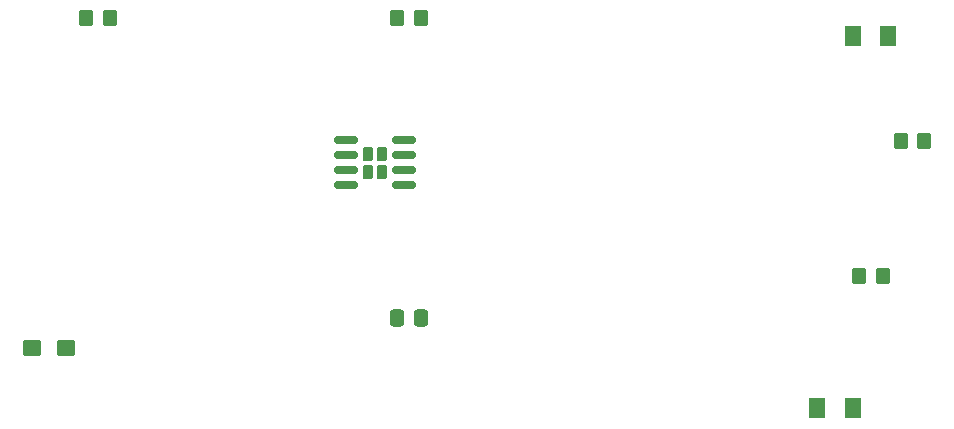
<source format=gbr>
%TF.GenerationSoftware,KiCad,Pcbnew,(6.0.10-0)*%
%TF.CreationDate,2023-02-17T09:22:20-08:00*%
%TF.ProjectId,exercise2_pcb,65786572-6369-4736-9532-5f7063622e6b,rev?*%
%TF.SameCoordinates,Original*%
%TF.FileFunction,Paste,Top*%
%TF.FilePolarity,Positive*%
%FSLAX46Y46*%
G04 Gerber Fmt 4.6, Leading zero omitted, Abs format (unit mm)*
G04 Created by KiCad (PCBNEW (6.0.10-0)) date 2023-02-17 09:22:20*
%MOMM*%
%LPD*%
G01*
G04 APERTURE LIST*
G04 Aperture macros list*
%AMRoundRect*
0 Rectangle with rounded corners*
0 $1 Rounding radius*
0 $2 $3 $4 $5 $6 $7 $8 $9 X,Y pos of 4 corners*
0 Add a 4 corners polygon primitive as box body*
4,1,4,$2,$3,$4,$5,$6,$7,$8,$9,$2,$3,0*
0 Add four circle primitives for the rounded corners*
1,1,$1+$1,$2,$3*
1,1,$1+$1,$4,$5*
1,1,$1+$1,$6,$7*
1,1,$1+$1,$8,$9*
0 Add four rect primitives between the rounded corners*
20,1,$1+$1,$2,$3,$4,$5,0*
20,1,$1+$1,$4,$5,$6,$7,0*
20,1,$1+$1,$6,$7,$8,$9,0*
20,1,$1+$1,$8,$9,$2,$3,0*%
G04 Aperture macros list end*
%ADD10RoundRect,0.250000X-0.337500X-0.475000X0.337500X-0.475000X0.337500X0.475000X-0.337500X0.475000X0*%
%ADD11RoundRect,0.250001X-0.462499X-0.624999X0.462499X-0.624999X0.462499X0.624999X-0.462499X0.624999X0*%
%ADD12RoundRect,0.250000X-0.350000X-0.450000X0.350000X-0.450000X0.350000X0.450000X-0.350000X0.450000X0*%
%ADD13RoundRect,0.230000X-0.230000X-0.375000X0.230000X-0.375000X0.230000X0.375000X-0.230000X0.375000X0*%
%ADD14RoundRect,0.150000X-0.825000X-0.150000X0.825000X-0.150000X0.825000X0.150000X-0.825000X0.150000X0*%
%ADD15RoundRect,0.250000X-0.537500X-0.425000X0.537500X-0.425000X0.537500X0.425000X-0.537500X0.425000X0*%
G04 APERTURE END LIST*
D10*
%TO.C,C2*%
X118342500Y-104140000D03*
X120417500Y-104140000D03*
%TD*%
D11*
%TO.C,D1*%
X156932500Y-80200000D03*
X159907500Y-80200000D03*
%TD*%
%TO.C,D2*%
X153965000Y-111760000D03*
X156940000Y-111760000D03*
%TD*%
D12*
%TO.C,R4*%
X157488808Y-100580000D03*
X159488808Y-100580000D03*
%TD*%
%TO.C,R3*%
X161020000Y-89080000D03*
X163020000Y-89080000D03*
%TD*%
D13*
%TO.C,U1*%
X117090000Y-90227500D03*
X117090000Y-91727500D03*
X115950000Y-91727500D03*
X115950000Y-90227500D03*
D14*
X114045000Y-89072500D03*
X114045000Y-90342500D03*
X114045000Y-91612500D03*
X114045000Y-92882500D03*
X118995000Y-92882500D03*
X118995000Y-91612500D03*
X118995000Y-90342500D03*
X118995000Y-89072500D03*
%TD*%
D12*
%TO.C,R1*%
X118380000Y-78740000D03*
X120380000Y-78740000D03*
%TD*%
D15*
%TO.C,C1*%
X87462500Y-106680000D03*
X90337500Y-106680000D03*
%TD*%
D12*
%TO.C,R2*%
X92065872Y-78740000D03*
X94065872Y-78740000D03*
%TD*%
M02*

</source>
